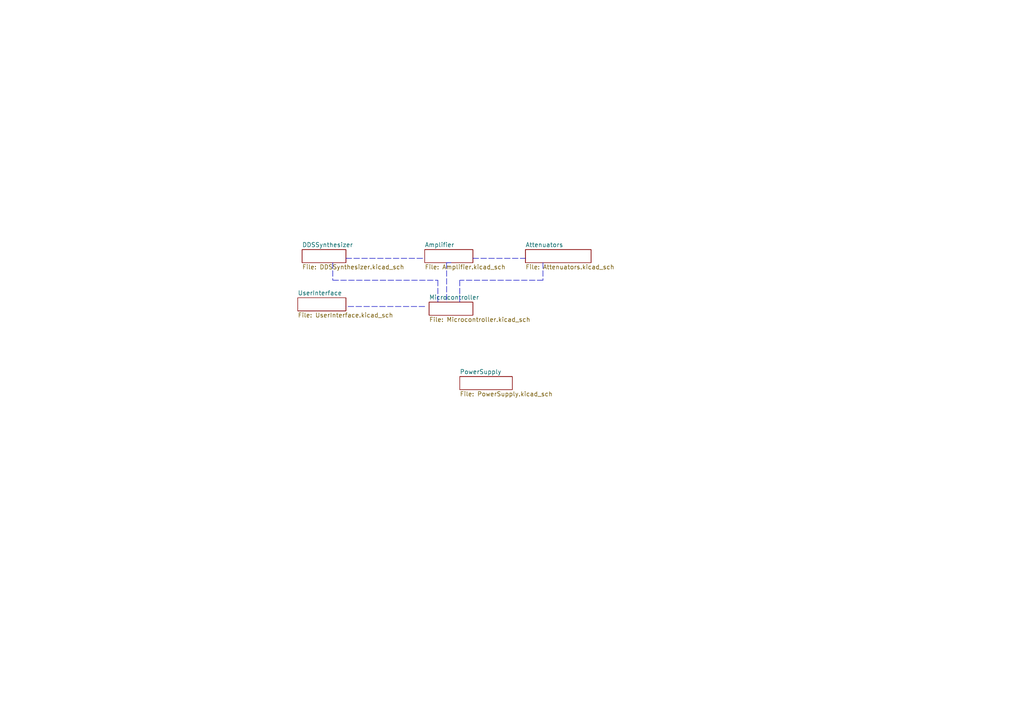
<source format=kicad_sch>
(kicad_sch (version 20210621) (generator eeschema)
  (paper "A4")
  (lib_symbols)
  (polyline (pts (xy 96.52 76.2) (xy 96.52 81.28)) (stroke (width 0) (type dash)))
  (polyline (pts (xy 96.52 81.28) (xy 127 81.28)) (stroke (width 0) (type dash)))
  (polyline (pts (xy 100.33 74.93) (xy 123.19 74.93)) (stroke (width 0) (type dash)))
  (polyline (pts (xy 123.19 88.9) (xy 100.33 88.9)) (stroke (width 0) (type dash)))
  (polyline (pts (xy 127 81.28) (xy 127 87.63)) (stroke (width 0) (type dash)))
  (polyline (pts (xy 129.54 76.2) (xy 129.54 87.63)) (stroke (width 0) (type dash)))
  (polyline (pts (xy 130.81 76.2) (xy 129.54 76.2)) (stroke (width 0) (type dash)))
  (polyline (pts (xy 133.35 81.28) (xy 133.35 87.63)) (stroke (width 0) (type dash)))
  (polyline (pts (xy 137.16 74.93) (xy 152.4 74.93)) (stroke (width 0) (type dash)))
  (polyline (pts (xy 157.48 76.2) (xy 157.48 81.28)) (stroke (width 0) (type dash)))
  (polyline (pts (xy 157.48 81.28) (xy 133.35 81.28)) (stroke (width 0) (type dash)))
  (sheet (at 123.19 72.39) (size 13.97 3.81)
    (property "Sheet name" "Amplifier" (at 123.19 71.7545 0) (effects (justify left bottom)))
    (property "Sheet file" "Amplifier.kicad_sch" (at 123.19 76.7085 0) (effects (justify left top)))
  )
  (sheet (at 152.4 72.39) (size 19.05 3.81)
    (property "Sheet name" "Attenuators" (at 152.4 71.7545 0) (effects (justify left bottom)))
    (property "Sheet file" "Attenuators.kicad_sch" (at 152.4 76.7085 0) (effects (justify left top)))
  )
  (sheet (at 87.63 72.39) (size 12.7 3.81)
    (property "Sheet name" "DDSSynthesizer" (at 87.63 71.7545 0) (effects (justify left bottom)))
    (property "Sheet file" "DDSSynthesizer.kicad_sch" (at 87.63 76.7085 0) (effects (justify left top)))
  )
  (sheet (at 124.46 87.63) (size 12.7 3.81)
    (property "Sheet name" "Microcontroller" (at 124.46 86.9945 0) (effects (justify left bottom)))
    (property "Sheet file" "Microcontroller.kicad_sch" (at 124.46 91.9485 0) (effects (justify left top)))
  )
  (sheet (at 133.35 109.22) (size 15.24 3.81)
    (property "Sheet name" "PowerSupply" (at 133.35 108.5845 0) (effects (justify left bottom)))
    (property "Sheet file" "PowerSupply.kicad_sch" (at 133.35 113.5385 0) (effects (justify left top)))
  )
  (sheet (at 86.36 86.36) (size 13.97 3.81)
    (property "Sheet name" "UserInterface" (at 86.36 85.7245 0) (effects (justify left bottom)))
    (property "Sheet file" "UserInterface.kicad_sch" (at 86.36 90.6785 0) (effects (justify left top)))
  )
)
</source>
